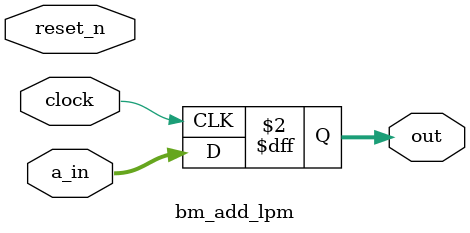
<source format=v>
`define BITS 2

module bm_add_lpm(clock, 
		reset_n, 
		a_in, 
		out);

// SIGNAL DECLARATIONS
input	clock;
input 	reset_n;

input [`BITS-1:0] a_in;
//input [`BITS-1:0] b_in;

output [`BITS-1:0] out;

reg [`BITS-1:0] out;

// ASSIGN STATEMENTS
//assign out = a_in * b_in;

always @(posedge clock)
	out <= a_in;

endmodule

</source>
